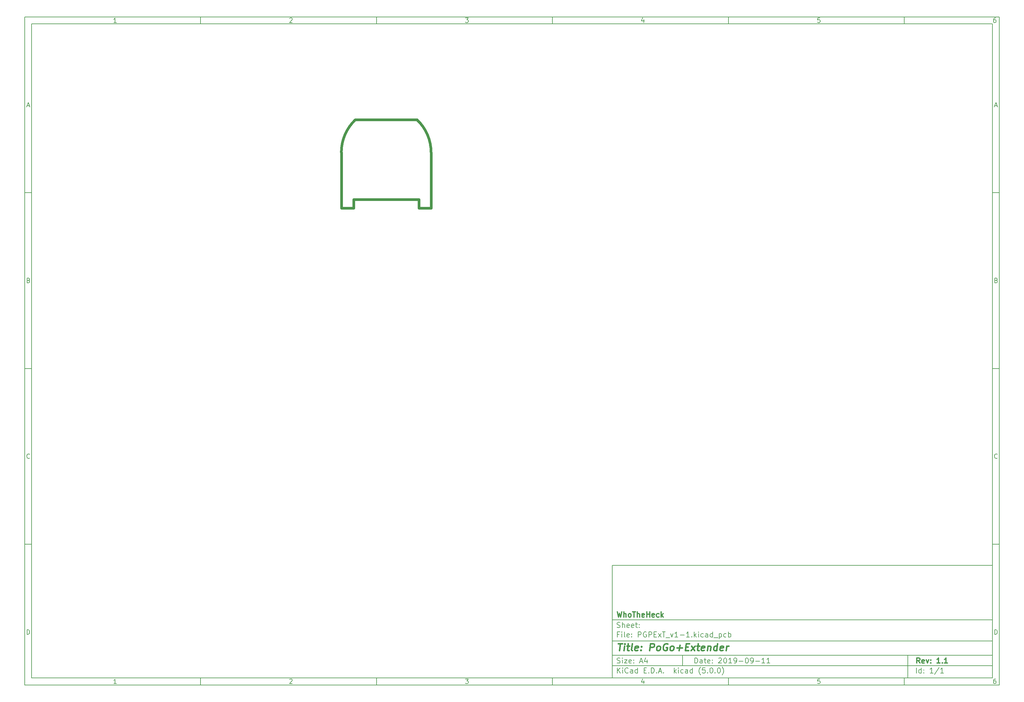
<source format=gbr>
G04 #@! TF.GenerationSoftware,KiCad,Pcbnew,(5.0.0)*
G04 #@! TF.CreationDate,2020-05-01T19:32:20+02:00*
G04 #@! TF.ProjectId,PGPExT_v1-1,5047504578545F76312D312E6B696361,1.1*
G04 #@! TF.SameCoordinates,Original*
G04 #@! TF.FileFunction,Profile,NP*
%FSLAX46Y46*%
G04 Gerber Fmt 4.6, Leading zero omitted, Abs format (unit mm)*
G04 Created by KiCad (PCBNEW (5.0.0)) date 05/01/20 19:32:20*
%MOMM*%
%LPD*%
G01*
G04 APERTURE LIST*
%ADD10C,0.100000*%
%ADD11C,0.150000*%
%ADD12C,0.300000*%
%ADD13C,0.400000*%
%ADD14C,0.800000*%
G04 APERTURE END LIST*
D10*
D11*
X177002200Y-166007200D02*
X177002200Y-198007200D01*
X285002200Y-198007200D01*
X285002200Y-166007200D01*
X177002200Y-166007200D01*
D10*
D11*
X10000000Y-10000000D02*
X10000000Y-200007200D01*
X287002200Y-200007200D01*
X287002200Y-10000000D01*
X10000000Y-10000000D01*
D10*
D11*
X12000000Y-12000000D02*
X12000000Y-198007200D01*
X285002200Y-198007200D01*
X285002200Y-12000000D01*
X12000000Y-12000000D01*
D10*
D11*
X60000000Y-12000000D02*
X60000000Y-10000000D01*
D10*
D11*
X110000000Y-12000000D02*
X110000000Y-10000000D01*
D10*
D11*
X160000000Y-12000000D02*
X160000000Y-10000000D01*
D10*
D11*
X210000000Y-12000000D02*
X210000000Y-10000000D01*
D10*
D11*
X260000000Y-12000000D02*
X260000000Y-10000000D01*
D10*
D11*
X36065476Y-11588095D02*
X35322619Y-11588095D01*
X35694047Y-11588095D02*
X35694047Y-10288095D01*
X35570238Y-10473809D01*
X35446428Y-10597619D01*
X35322619Y-10659523D01*
D10*
D11*
X85322619Y-10411904D02*
X85384523Y-10350000D01*
X85508333Y-10288095D01*
X85817857Y-10288095D01*
X85941666Y-10350000D01*
X86003571Y-10411904D01*
X86065476Y-10535714D01*
X86065476Y-10659523D01*
X86003571Y-10845238D01*
X85260714Y-11588095D01*
X86065476Y-11588095D01*
D10*
D11*
X135260714Y-10288095D02*
X136065476Y-10288095D01*
X135632142Y-10783333D01*
X135817857Y-10783333D01*
X135941666Y-10845238D01*
X136003571Y-10907142D01*
X136065476Y-11030952D01*
X136065476Y-11340476D01*
X136003571Y-11464285D01*
X135941666Y-11526190D01*
X135817857Y-11588095D01*
X135446428Y-11588095D01*
X135322619Y-11526190D01*
X135260714Y-11464285D01*
D10*
D11*
X185941666Y-10721428D02*
X185941666Y-11588095D01*
X185632142Y-10226190D02*
X185322619Y-11154761D01*
X186127380Y-11154761D01*
D10*
D11*
X236003571Y-10288095D02*
X235384523Y-10288095D01*
X235322619Y-10907142D01*
X235384523Y-10845238D01*
X235508333Y-10783333D01*
X235817857Y-10783333D01*
X235941666Y-10845238D01*
X236003571Y-10907142D01*
X236065476Y-11030952D01*
X236065476Y-11340476D01*
X236003571Y-11464285D01*
X235941666Y-11526190D01*
X235817857Y-11588095D01*
X235508333Y-11588095D01*
X235384523Y-11526190D01*
X235322619Y-11464285D01*
D10*
D11*
X285941666Y-10288095D02*
X285694047Y-10288095D01*
X285570238Y-10350000D01*
X285508333Y-10411904D01*
X285384523Y-10597619D01*
X285322619Y-10845238D01*
X285322619Y-11340476D01*
X285384523Y-11464285D01*
X285446428Y-11526190D01*
X285570238Y-11588095D01*
X285817857Y-11588095D01*
X285941666Y-11526190D01*
X286003571Y-11464285D01*
X286065476Y-11340476D01*
X286065476Y-11030952D01*
X286003571Y-10907142D01*
X285941666Y-10845238D01*
X285817857Y-10783333D01*
X285570238Y-10783333D01*
X285446428Y-10845238D01*
X285384523Y-10907142D01*
X285322619Y-11030952D01*
D10*
D11*
X60000000Y-198007200D02*
X60000000Y-200007200D01*
D10*
D11*
X110000000Y-198007200D02*
X110000000Y-200007200D01*
D10*
D11*
X160000000Y-198007200D02*
X160000000Y-200007200D01*
D10*
D11*
X210000000Y-198007200D02*
X210000000Y-200007200D01*
D10*
D11*
X260000000Y-198007200D02*
X260000000Y-200007200D01*
D10*
D11*
X36065476Y-199595295D02*
X35322619Y-199595295D01*
X35694047Y-199595295D02*
X35694047Y-198295295D01*
X35570238Y-198481009D01*
X35446428Y-198604819D01*
X35322619Y-198666723D01*
D10*
D11*
X85322619Y-198419104D02*
X85384523Y-198357200D01*
X85508333Y-198295295D01*
X85817857Y-198295295D01*
X85941666Y-198357200D01*
X86003571Y-198419104D01*
X86065476Y-198542914D01*
X86065476Y-198666723D01*
X86003571Y-198852438D01*
X85260714Y-199595295D01*
X86065476Y-199595295D01*
D10*
D11*
X135260714Y-198295295D02*
X136065476Y-198295295D01*
X135632142Y-198790533D01*
X135817857Y-198790533D01*
X135941666Y-198852438D01*
X136003571Y-198914342D01*
X136065476Y-199038152D01*
X136065476Y-199347676D01*
X136003571Y-199471485D01*
X135941666Y-199533390D01*
X135817857Y-199595295D01*
X135446428Y-199595295D01*
X135322619Y-199533390D01*
X135260714Y-199471485D01*
D10*
D11*
X185941666Y-198728628D02*
X185941666Y-199595295D01*
X185632142Y-198233390D02*
X185322619Y-199161961D01*
X186127380Y-199161961D01*
D10*
D11*
X236003571Y-198295295D02*
X235384523Y-198295295D01*
X235322619Y-198914342D01*
X235384523Y-198852438D01*
X235508333Y-198790533D01*
X235817857Y-198790533D01*
X235941666Y-198852438D01*
X236003571Y-198914342D01*
X236065476Y-199038152D01*
X236065476Y-199347676D01*
X236003571Y-199471485D01*
X235941666Y-199533390D01*
X235817857Y-199595295D01*
X235508333Y-199595295D01*
X235384523Y-199533390D01*
X235322619Y-199471485D01*
D10*
D11*
X285941666Y-198295295D02*
X285694047Y-198295295D01*
X285570238Y-198357200D01*
X285508333Y-198419104D01*
X285384523Y-198604819D01*
X285322619Y-198852438D01*
X285322619Y-199347676D01*
X285384523Y-199471485D01*
X285446428Y-199533390D01*
X285570238Y-199595295D01*
X285817857Y-199595295D01*
X285941666Y-199533390D01*
X286003571Y-199471485D01*
X286065476Y-199347676D01*
X286065476Y-199038152D01*
X286003571Y-198914342D01*
X285941666Y-198852438D01*
X285817857Y-198790533D01*
X285570238Y-198790533D01*
X285446428Y-198852438D01*
X285384523Y-198914342D01*
X285322619Y-199038152D01*
D10*
D11*
X10000000Y-60000000D02*
X12000000Y-60000000D01*
D10*
D11*
X10000000Y-110000000D02*
X12000000Y-110000000D01*
D10*
D11*
X10000000Y-160000000D02*
X12000000Y-160000000D01*
D10*
D11*
X10690476Y-35216666D02*
X11309523Y-35216666D01*
X10566666Y-35588095D02*
X11000000Y-34288095D01*
X11433333Y-35588095D01*
D10*
D11*
X11092857Y-84907142D02*
X11278571Y-84969047D01*
X11340476Y-85030952D01*
X11402380Y-85154761D01*
X11402380Y-85340476D01*
X11340476Y-85464285D01*
X11278571Y-85526190D01*
X11154761Y-85588095D01*
X10659523Y-85588095D01*
X10659523Y-84288095D01*
X11092857Y-84288095D01*
X11216666Y-84350000D01*
X11278571Y-84411904D01*
X11340476Y-84535714D01*
X11340476Y-84659523D01*
X11278571Y-84783333D01*
X11216666Y-84845238D01*
X11092857Y-84907142D01*
X10659523Y-84907142D01*
D10*
D11*
X11402380Y-135464285D02*
X11340476Y-135526190D01*
X11154761Y-135588095D01*
X11030952Y-135588095D01*
X10845238Y-135526190D01*
X10721428Y-135402380D01*
X10659523Y-135278571D01*
X10597619Y-135030952D01*
X10597619Y-134845238D01*
X10659523Y-134597619D01*
X10721428Y-134473809D01*
X10845238Y-134350000D01*
X11030952Y-134288095D01*
X11154761Y-134288095D01*
X11340476Y-134350000D01*
X11402380Y-134411904D01*
D10*
D11*
X10659523Y-185588095D02*
X10659523Y-184288095D01*
X10969047Y-184288095D01*
X11154761Y-184350000D01*
X11278571Y-184473809D01*
X11340476Y-184597619D01*
X11402380Y-184845238D01*
X11402380Y-185030952D01*
X11340476Y-185278571D01*
X11278571Y-185402380D01*
X11154761Y-185526190D01*
X10969047Y-185588095D01*
X10659523Y-185588095D01*
D10*
D11*
X287002200Y-60000000D02*
X285002200Y-60000000D01*
D10*
D11*
X287002200Y-110000000D02*
X285002200Y-110000000D01*
D10*
D11*
X287002200Y-160000000D02*
X285002200Y-160000000D01*
D10*
D11*
X285692676Y-35216666D02*
X286311723Y-35216666D01*
X285568866Y-35588095D02*
X286002200Y-34288095D01*
X286435533Y-35588095D01*
D10*
D11*
X286095057Y-84907142D02*
X286280771Y-84969047D01*
X286342676Y-85030952D01*
X286404580Y-85154761D01*
X286404580Y-85340476D01*
X286342676Y-85464285D01*
X286280771Y-85526190D01*
X286156961Y-85588095D01*
X285661723Y-85588095D01*
X285661723Y-84288095D01*
X286095057Y-84288095D01*
X286218866Y-84350000D01*
X286280771Y-84411904D01*
X286342676Y-84535714D01*
X286342676Y-84659523D01*
X286280771Y-84783333D01*
X286218866Y-84845238D01*
X286095057Y-84907142D01*
X285661723Y-84907142D01*
D10*
D11*
X286404580Y-135464285D02*
X286342676Y-135526190D01*
X286156961Y-135588095D01*
X286033152Y-135588095D01*
X285847438Y-135526190D01*
X285723628Y-135402380D01*
X285661723Y-135278571D01*
X285599819Y-135030952D01*
X285599819Y-134845238D01*
X285661723Y-134597619D01*
X285723628Y-134473809D01*
X285847438Y-134350000D01*
X286033152Y-134288095D01*
X286156961Y-134288095D01*
X286342676Y-134350000D01*
X286404580Y-134411904D01*
D10*
D11*
X285661723Y-185588095D02*
X285661723Y-184288095D01*
X285971247Y-184288095D01*
X286156961Y-184350000D01*
X286280771Y-184473809D01*
X286342676Y-184597619D01*
X286404580Y-184845238D01*
X286404580Y-185030952D01*
X286342676Y-185278571D01*
X286280771Y-185402380D01*
X286156961Y-185526190D01*
X285971247Y-185588095D01*
X285661723Y-185588095D01*
D10*
D11*
X200434342Y-193785771D02*
X200434342Y-192285771D01*
X200791485Y-192285771D01*
X201005771Y-192357200D01*
X201148628Y-192500057D01*
X201220057Y-192642914D01*
X201291485Y-192928628D01*
X201291485Y-193142914D01*
X201220057Y-193428628D01*
X201148628Y-193571485D01*
X201005771Y-193714342D01*
X200791485Y-193785771D01*
X200434342Y-193785771D01*
X202577200Y-193785771D02*
X202577200Y-193000057D01*
X202505771Y-192857200D01*
X202362914Y-192785771D01*
X202077200Y-192785771D01*
X201934342Y-192857200D01*
X202577200Y-193714342D02*
X202434342Y-193785771D01*
X202077200Y-193785771D01*
X201934342Y-193714342D01*
X201862914Y-193571485D01*
X201862914Y-193428628D01*
X201934342Y-193285771D01*
X202077200Y-193214342D01*
X202434342Y-193214342D01*
X202577200Y-193142914D01*
X203077200Y-192785771D02*
X203648628Y-192785771D01*
X203291485Y-192285771D02*
X203291485Y-193571485D01*
X203362914Y-193714342D01*
X203505771Y-193785771D01*
X203648628Y-193785771D01*
X204720057Y-193714342D02*
X204577200Y-193785771D01*
X204291485Y-193785771D01*
X204148628Y-193714342D01*
X204077200Y-193571485D01*
X204077200Y-193000057D01*
X204148628Y-192857200D01*
X204291485Y-192785771D01*
X204577200Y-192785771D01*
X204720057Y-192857200D01*
X204791485Y-193000057D01*
X204791485Y-193142914D01*
X204077200Y-193285771D01*
X205434342Y-193642914D02*
X205505771Y-193714342D01*
X205434342Y-193785771D01*
X205362914Y-193714342D01*
X205434342Y-193642914D01*
X205434342Y-193785771D01*
X205434342Y-192857200D02*
X205505771Y-192928628D01*
X205434342Y-193000057D01*
X205362914Y-192928628D01*
X205434342Y-192857200D01*
X205434342Y-193000057D01*
X207220057Y-192428628D02*
X207291485Y-192357200D01*
X207434342Y-192285771D01*
X207791485Y-192285771D01*
X207934342Y-192357200D01*
X208005771Y-192428628D01*
X208077200Y-192571485D01*
X208077200Y-192714342D01*
X208005771Y-192928628D01*
X207148628Y-193785771D01*
X208077200Y-193785771D01*
X209005771Y-192285771D02*
X209148628Y-192285771D01*
X209291485Y-192357200D01*
X209362914Y-192428628D01*
X209434342Y-192571485D01*
X209505771Y-192857200D01*
X209505771Y-193214342D01*
X209434342Y-193500057D01*
X209362914Y-193642914D01*
X209291485Y-193714342D01*
X209148628Y-193785771D01*
X209005771Y-193785771D01*
X208862914Y-193714342D01*
X208791485Y-193642914D01*
X208720057Y-193500057D01*
X208648628Y-193214342D01*
X208648628Y-192857200D01*
X208720057Y-192571485D01*
X208791485Y-192428628D01*
X208862914Y-192357200D01*
X209005771Y-192285771D01*
X210934342Y-193785771D02*
X210077200Y-193785771D01*
X210505771Y-193785771D02*
X210505771Y-192285771D01*
X210362914Y-192500057D01*
X210220057Y-192642914D01*
X210077200Y-192714342D01*
X211648628Y-193785771D02*
X211934342Y-193785771D01*
X212077200Y-193714342D01*
X212148628Y-193642914D01*
X212291485Y-193428628D01*
X212362914Y-193142914D01*
X212362914Y-192571485D01*
X212291485Y-192428628D01*
X212220057Y-192357200D01*
X212077200Y-192285771D01*
X211791485Y-192285771D01*
X211648628Y-192357200D01*
X211577200Y-192428628D01*
X211505771Y-192571485D01*
X211505771Y-192928628D01*
X211577200Y-193071485D01*
X211648628Y-193142914D01*
X211791485Y-193214342D01*
X212077200Y-193214342D01*
X212220057Y-193142914D01*
X212291485Y-193071485D01*
X212362914Y-192928628D01*
X213005771Y-193214342D02*
X214148628Y-193214342D01*
X215148628Y-192285771D02*
X215291485Y-192285771D01*
X215434342Y-192357200D01*
X215505771Y-192428628D01*
X215577200Y-192571485D01*
X215648628Y-192857200D01*
X215648628Y-193214342D01*
X215577200Y-193500057D01*
X215505771Y-193642914D01*
X215434342Y-193714342D01*
X215291485Y-193785771D01*
X215148628Y-193785771D01*
X215005771Y-193714342D01*
X214934342Y-193642914D01*
X214862914Y-193500057D01*
X214791485Y-193214342D01*
X214791485Y-192857200D01*
X214862914Y-192571485D01*
X214934342Y-192428628D01*
X215005771Y-192357200D01*
X215148628Y-192285771D01*
X216362914Y-193785771D02*
X216648628Y-193785771D01*
X216791485Y-193714342D01*
X216862914Y-193642914D01*
X217005771Y-193428628D01*
X217077200Y-193142914D01*
X217077200Y-192571485D01*
X217005771Y-192428628D01*
X216934342Y-192357200D01*
X216791485Y-192285771D01*
X216505771Y-192285771D01*
X216362914Y-192357200D01*
X216291485Y-192428628D01*
X216220057Y-192571485D01*
X216220057Y-192928628D01*
X216291485Y-193071485D01*
X216362914Y-193142914D01*
X216505771Y-193214342D01*
X216791485Y-193214342D01*
X216934342Y-193142914D01*
X217005771Y-193071485D01*
X217077200Y-192928628D01*
X217720057Y-193214342D02*
X218862914Y-193214342D01*
X220362914Y-193785771D02*
X219505771Y-193785771D01*
X219934342Y-193785771D02*
X219934342Y-192285771D01*
X219791485Y-192500057D01*
X219648628Y-192642914D01*
X219505771Y-192714342D01*
X221791485Y-193785771D02*
X220934342Y-193785771D01*
X221362914Y-193785771D02*
X221362914Y-192285771D01*
X221220057Y-192500057D01*
X221077200Y-192642914D01*
X220934342Y-192714342D01*
D10*
D11*
X177002200Y-194507200D02*
X285002200Y-194507200D01*
D10*
D11*
X178434342Y-196585771D02*
X178434342Y-195085771D01*
X179291485Y-196585771D02*
X178648628Y-195728628D01*
X179291485Y-195085771D02*
X178434342Y-195942914D01*
X179934342Y-196585771D02*
X179934342Y-195585771D01*
X179934342Y-195085771D02*
X179862914Y-195157200D01*
X179934342Y-195228628D01*
X180005771Y-195157200D01*
X179934342Y-195085771D01*
X179934342Y-195228628D01*
X181505771Y-196442914D02*
X181434342Y-196514342D01*
X181220057Y-196585771D01*
X181077200Y-196585771D01*
X180862914Y-196514342D01*
X180720057Y-196371485D01*
X180648628Y-196228628D01*
X180577200Y-195942914D01*
X180577200Y-195728628D01*
X180648628Y-195442914D01*
X180720057Y-195300057D01*
X180862914Y-195157200D01*
X181077200Y-195085771D01*
X181220057Y-195085771D01*
X181434342Y-195157200D01*
X181505771Y-195228628D01*
X182791485Y-196585771D02*
X182791485Y-195800057D01*
X182720057Y-195657200D01*
X182577200Y-195585771D01*
X182291485Y-195585771D01*
X182148628Y-195657200D01*
X182791485Y-196514342D02*
X182648628Y-196585771D01*
X182291485Y-196585771D01*
X182148628Y-196514342D01*
X182077200Y-196371485D01*
X182077200Y-196228628D01*
X182148628Y-196085771D01*
X182291485Y-196014342D01*
X182648628Y-196014342D01*
X182791485Y-195942914D01*
X184148628Y-196585771D02*
X184148628Y-195085771D01*
X184148628Y-196514342D02*
X184005771Y-196585771D01*
X183720057Y-196585771D01*
X183577200Y-196514342D01*
X183505771Y-196442914D01*
X183434342Y-196300057D01*
X183434342Y-195871485D01*
X183505771Y-195728628D01*
X183577200Y-195657200D01*
X183720057Y-195585771D01*
X184005771Y-195585771D01*
X184148628Y-195657200D01*
X186005771Y-195800057D02*
X186505771Y-195800057D01*
X186720057Y-196585771D02*
X186005771Y-196585771D01*
X186005771Y-195085771D01*
X186720057Y-195085771D01*
X187362914Y-196442914D02*
X187434342Y-196514342D01*
X187362914Y-196585771D01*
X187291485Y-196514342D01*
X187362914Y-196442914D01*
X187362914Y-196585771D01*
X188077200Y-196585771D02*
X188077200Y-195085771D01*
X188434342Y-195085771D01*
X188648628Y-195157200D01*
X188791485Y-195300057D01*
X188862914Y-195442914D01*
X188934342Y-195728628D01*
X188934342Y-195942914D01*
X188862914Y-196228628D01*
X188791485Y-196371485D01*
X188648628Y-196514342D01*
X188434342Y-196585771D01*
X188077200Y-196585771D01*
X189577200Y-196442914D02*
X189648628Y-196514342D01*
X189577200Y-196585771D01*
X189505771Y-196514342D01*
X189577200Y-196442914D01*
X189577200Y-196585771D01*
X190220057Y-196157200D02*
X190934342Y-196157200D01*
X190077200Y-196585771D02*
X190577200Y-195085771D01*
X191077200Y-196585771D01*
X191577200Y-196442914D02*
X191648628Y-196514342D01*
X191577200Y-196585771D01*
X191505771Y-196514342D01*
X191577200Y-196442914D01*
X191577200Y-196585771D01*
X194577200Y-196585771D02*
X194577200Y-195085771D01*
X194720057Y-196014342D02*
X195148628Y-196585771D01*
X195148628Y-195585771D02*
X194577200Y-196157200D01*
X195791485Y-196585771D02*
X195791485Y-195585771D01*
X195791485Y-195085771D02*
X195720057Y-195157200D01*
X195791485Y-195228628D01*
X195862914Y-195157200D01*
X195791485Y-195085771D01*
X195791485Y-195228628D01*
X197148628Y-196514342D02*
X197005771Y-196585771D01*
X196720057Y-196585771D01*
X196577200Y-196514342D01*
X196505771Y-196442914D01*
X196434342Y-196300057D01*
X196434342Y-195871485D01*
X196505771Y-195728628D01*
X196577200Y-195657200D01*
X196720057Y-195585771D01*
X197005771Y-195585771D01*
X197148628Y-195657200D01*
X198434342Y-196585771D02*
X198434342Y-195800057D01*
X198362914Y-195657200D01*
X198220057Y-195585771D01*
X197934342Y-195585771D01*
X197791485Y-195657200D01*
X198434342Y-196514342D02*
X198291485Y-196585771D01*
X197934342Y-196585771D01*
X197791485Y-196514342D01*
X197720057Y-196371485D01*
X197720057Y-196228628D01*
X197791485Y-196085771D01*
X197934342Y-196014342D01*
X198291485Y-196014342D01*
X198434342Y-195942914D01*
X199791485Y-196585771D02*
X199791485Y-195085771D01*
X199791485Y-196514342D02*
X199648628Y-196585771D01*
X199362914Y-196585771D01*
X199220057Y-196514342D01*
X199148628Y-196442914D01*
X199077200Y-196300057D01*
X199077200Y-195871485D01*
X199148628Y-195728628D01*
X199220057Y-195657200D01*
X199362914Y-195585771D01*
X199648628Y-195585771D01*
X199791485Y-195657200D01*
X202077200Y-197157200D02*
X202005771Y-197085771D01*
X201862914Y-196871485D01*
X201791485Y-196728628D01*
X201720057Y-196514342D01*
X201648628Y-196157200D01*
X201648628Y-195871485D01*
X201720057Y-195514342D01*
X201791485Y-195300057D01*
X201862914Y-195157200D01*
X202005771Y-194942914D01*
X202077200Y-194871485D01*
X203362914Y-195085771D02*
X202648628Y-195085771D01*
X202577200Y-195800057D01*
X202648628Y-195728628D01*
X202791485Y-195657200D01*
X203148628Y-195657200D01*
X203291485Y-195728628D01*
X203362914Y-195800057D01*
X203434342Y-195942914D01*
X203434342Y-196300057D01*
X203362914Y-196442914D01*
X203291485Y-196514342D01*
X203148628Y-196585771D01*
X202791485Y-196585771D01*
X202648628Y-196514342D01*
X202577200Y-196442914D01*
X204077200Y-196442914D02*
X204148628Y-196514342D01*
X204077200Y-196585771D01*
X204005771Y-196514342D01*
X204077200Y-196442914D01*
X204077200Y-196585771D01*
X205077200Y-195085771D02*
X205220057Y-195085771D01*
X205362914Y-195157200D01*
X205434342Y-195228628D01*
X205505771Y-195371485D01*
X205577200Y-195657200D01*
X205577200Y-196014342D01*
X205505771Y-196300057D01*
X205434342Y-196442914D01*
X205362914Y-196514342D01*
X205220057Y-196585771D01*
X205077200Y-196585771D01*
X204934342Y-196514342D01*
X204862914Y-196442914D01*
X204791485Y-196300057D01*
X204720057Y-196014342D01*
X204720057Y-195657200D01*
X204791485Y-195371485D01*
X204862914Y-195228628D01*
X204934342Y-195157200D01*
X205077200Y-195085771D01*
X206220057Y-196442914D02*
X206291485Y-196514342D01*
X206220057Y-196585771D01*
X206148628Y-196514342D01*
X206220057Y-196442914D01*
X206220057Y-196585771D01*
X207220057Y-195085771D02*
X207362914Y-195085771D01*
X207505771Y-195157200D01*
X207577200Y-195228628D01*
X207648628Y-195371485D01*
X207720057Y-195657200D01*
X207720057Y-196014342D01*
X207648628Y-196300057D01*
X207577200Y-196442914D01*
X207505771Y-196514342D01*
X207362914Y-196585771D01*
X207220057Y-196585771D01*
X207077200Y-196514342D01*
X207005771Y-196442914D01*
X206934342Y-196300057D01*
X206862914Y-196014342D01*
X206862914Y-195657200D01*
X206934342Y-195371485D01*
X207005771Y-195228628D01*
X207077200Y-195157200D01*
X207220057Y-195085771D01*
X208220057Y-197157200D02*
X208291485Y-197085771D01*
X208434342Y-196871485D01*
X208505771Y-196728628D01*
X208577200Y-196514342D01*
X208648628Y-196157200D01*
X208648628Y-195871485D01*
X208577200Y-195514342D01*
X208505771Y-195300057D01*
X208434342Y-195157200D01*
X208291485Y-194942914D01*
X208220057Y-194871485D01*
D10*
D11*
X177002200Y-191507200D02*
X285002200Y-191507200D01*
D10*
D12*
X264411485Y-193785771D02*
X263911485Y-193071485D01*
X263554342Y-193785771D02*
X263554342Y-192285771D01*
X264125771Y-192285771D01*
X264268628Y-192357200D01*
X264340057Y-192428628D01*
X264411485Y-192571485D01*
X264411485Y-192785771D01*
X264340057Y-192928628D01*
X264268628Y-193000057D01*
X264125771Y-193071485D01*
X263554342Y-193071485D01*
X265625771Y-193714342D02*
X265482914Y-193785771D01*
X265197200Y-193785771D01*
X265054342Y-193714342D01*
X264982914Y-193571485D01*
X264982914Y-193000057D01*
X265054342Y-192857200D01*
X265197200Y-192785771D01*
X265482914Y-192785771D01*
X265625771Y-192857200D01*
X265697200Y-193000057D01*
X265697200Y-193142914D01*
X264982914Y-193285771D01*
X266197200Y-192785771D02*
X266554342Y-193785771D01*
X266911485Y-192785771D01*
X267482914Y-193642914D02*
X267554342Y-193714342D01*
X267482914Y-193785771D01*
X267411485Y-193714342D01*
X267482914Y-193642914D01*
X267482914Y-193785771D01*
X267482914Y-192857200D02*
X267554342Y-192928628D01*
X267482914Y-193000057D01*
X267411485Y-192928628D01*
X267482914Y-192857200D01*
X267482914Y-193000057D01*
X270125771Y-193785771D02*
X269268628Y-193785771D01*
X269697200Y-193785771D02*
X269697200Y-192285771D01*
X269554342Y-192500057D01*
X269411485Y-192642914D01*
X269268628Y-192714342D01*
X270768628Y-193642914D02*
X270840057Y-193714342D01*
X270768628Y-193785771D01*
X270697200Y-193714342D01*
X270768628Y-193642914D01*
X270768628Y-193785771D01*
X272268628Y-193785771D02*
X271411485Y-193785771D01*
X271840057Y-193785771D02*
X271840057Y-192285771D01*
X271697200Y-192500057D01*
X271554342Y-192642914D01*
X271411485Y-192714342D01*
D10*
D11*
X178362914Y-193714342D02*
X178577200Y-193785771D01*
X178934342Y-193785771D01*
X179077200Y-193714342D01*
X179148628Y-193642914D01*
X179220057Y-193500057D01*
X179220057Y-193357200D01*
X179148628Y-193214342D01*
X179077200Y-193142914D01*
X178934342Y-193071485D01*
X178648628Y-193000057D01*
X178505771Y-192928628D01*
X178434342Y-192857200D01*
X178362914Y-192714342D01*
X178362914Y-192571485D01*
X178434342Y-192428628D01*
X178505771Y-192357200D01*
X178648628Y-192285771D01*
X179005771Y-192285771D01*
X179220057Y-192357200D01*
X179862914Y-193785771D02*
X179862914Y-192785771D01*
X179862914Y-192285771D02*
X179791485Y-192357200D01*
X179862914Y-192428628D01*
X179934342Y-192357200D01*
X179862914Y-192285771D01*
X179862914Y-192428628D01*
X180434342Y-192785771D02*
X181220057Y-192785771D01*
X180434342Y-193785771D01*
X181220057Y-193785771D01*
X182362914Y-193714342D02*
X182220057Y-193785771D01*
X181934342Y-193785771D01*
X181791485Y-193714342D01*
X181720057Y-193571485D01*
X181720057Y-193000057D01*
X181791485Y-192857200D01*
X181934342Y-192785771D01*
X182220057Y-192785771D01*
X182362914Y-192857200D01*
X182434342Y-193000057D01*
X182434342Y-193142914D01*
X181720057Y-193285771D01*
X183077200Y-193642914D02*
X183148628Y-193714342D01*
X183077200Y-193785771D01*
X183005771Y-193714342D01*
X183077200Y-193642914D01*
X183077200Y-193785771D01*
X183077200Y-192857200D02*
X183148628Y-192928628D01*
X183077200Y-193000057D01*
X183005771Y-192928628D01*
X183077200Y-192857200D01*
X183077200Y-193000057D01*
X184862914Y-193357200D02*
X185577200Y-193357200D01*
X184720057Y-193785771D02*
X185220057Y-192285771D01*
X185720057Y-193785771D01*
X186862914Y-192785771D02*
X186862914Y-193785771D01*
X186505771Y-192214342D02*
X186148628Y-193285771D01*
X187077200Y-193285771D01*
D10*
D11*
X263434342Y-196585771D02*
X263434342Y-195085771D01*
X264791485Y-196585771D02*
X264791485Y-195085771D01*
X264791485Y-196514342D02*
X264648628Y-196585771D01*
X264362914Y-196585771D01*
X264220057Y-196514342D01*
X264148628Y-196442914D01*
X264077200Y-196300057D01*
X264077200Y-195871485D01*
X264148628Y-195728628D01*
X264220057Y-195657200D01*
X264362914Y-195585771D01*
X264648628Y-195585771D01*
X264791485Y-195657200D01*
X265505771Y-196442914D02*
X265577200Y-196514342D01*
X265505771Y-196585771D01*
X265434342Y-196514342D01*
X265505771Y-196442914D01*
X265505771Y-196585771D01*
X265505771Y-195657200D02*
X265577200Y-195728628D01*
X265505771Y-195800057D01*
X265434342Y-195728628D01*
X265505771Y-195657200D01*
X265505771Y-195800057D01*
X268148628Y-196585771D02*
X267291485Y-196585771D01*
X267720057Y-196585771D02*
X267720057Y-195085771D01*
X267577200Y-195300057D01*
X267434342Y-195442914D01*
X267291485Y-195514342D01*
X269862914Y-195014342D02*
X268577200Y-196942914D01*
X271148628Y-196585771D02*
X270291485Y-196585771D01*
X270720057Y-196585771D02*
X270720057Y-195085771D01*
X270577200Y-195300057D01*
X270434342Y-195442914D01*
X270291485Y-195514342D01*
D10*
D11*
X177002200Y-187507200D02*
X285002200Y-187507200D01*
D10*
D13*
X178714580Y-188211961D02*
X179857438Y-188211961D01*
X179036009Y-190211961D02*
X179286009Y-188211961D01*
X180274104Y-190211961D02*
X180440771Y-188878628D01*
X180524104Y-188211961D02*
X180416961Y-188307200D01*
X180500295Y-188402438D01*
X180607438Y-188307200D01*
X180524104Y-188211961D01*
X180500295Y-188402438D01*
X181107438Y-188878628D02*
X181869342Y-188878628D01*
X181476485Y-188211961D02*
X181262200Y-189926247D01*
X181333628Y-190116723D01*
X181512200Y-190211961D01*
X181702676Y-190211961D01*
X182655057Y-190211961D02*
X182476485Y-190116723D01*
X182405057Y-189926247D01*
X182619342Y-188211961D01*
X184190771Y-190116723D02*
X183988390Y-190211961D01*
X183607438Y-190211961D01*
X183428866Y-190116723D01*
X183357438Y-189926247D01*
X183452676Y-189164342D01*
X183571723Y-188973866D01*
X183774104Y-188878628D01*
X184155057Y-188878628D01*
X184333628Y-188973866D01*
X184405057Y-189164342D01*
X184381247Y-189354819D01*
X183405057Y-189545295D01*
X185155057Y-190021485D02*
X185238390Y-190116723D01*
X185131247Y-190211961D01*
X185047914Y-190116723D01*
X185155057Y-190021485D01*
X185131247Y-190211961D01*
X185286009Y-188973866D02*
X185369342Y-189069104D01*
X185262200Y-189164342D01*
X185178866Y-189069104D01*
X185286009Y-188973866D01*
X185262200Y-189164342D01*
X187607438Y-190211961D02*
X187857438Y-188211961D01*
X188619342Y-188211961D01*
X188797914Y-188307200D01*
X188881247Y-188402438D01*
X188952676Y-188592914D01*
X188916961Y-188878628D01*
X188797914Y-189069104D01*
X188690771Y-189164342D01*
X188488390Y-189259580D01*
X187726485Y-189259580D01*
X189893152Y-190211961D02*
X189714580Y-190116723D01*
X189631247Y-190021485D01*
X189559819Y-189831009D01*
X189631247Y-189259580D01*
X189750295Y-189069104D01*
X189857438Y-188973866D01*
X190059819Y-188878628D01*
X190345533Y-188878628D01*
X190524104Y-188973866D01*
X190607438Y-189069104D01*
X190678866Y-189259580D01*
X190607438Y-189831009D01*
X190488390Y-190021485D01*
X190381247Y-190116723D01*
X190178866Y-190211961D01*
X189893152Y-190211961D01*
X192702676Y-188307200D02*
X192524104Y-188211961D01*
X192238390Y-188211961D01*
X191940771Y-188307200D01*
X191726485Y-188497676D01*
X191607438Y-188688152D01*
X191464580Y-189069104D01*
X191428866Y-189354819D01*
X191476485Y-189735771D01*
X191547914Y-189926247D01*
X191714580Y-190116723D01*
X191988390Y-190211961D01*
X192178866Y-190211961D01*
X192476485Y-190116723D01*
X192583628Y-190021485D01*
X192666961Y-189354819D01*
X192286009Y-189354819D01*
X193702676Y-190211961D02*
X193524104Y-190116723D01*
X193440771Y-190021485D01*
X193369342Y-189831009D01*
X193440771Y-189259580D01*
X193559819Y-189069104D01*
X193666961Y-188973866D01*
X193869342Y-188878628D01*
X194155057Y-188878628D01*
X194333628Y-188973866D01*
X194416961Y-189069104D01*
X194488390Y-189259580D01*
X194416961Y-189831009D01*
X194297914Y-190021485D01*
X194190771Y-190116723D01*
X193988390Y-190211961D01*
X193702676Y-190211961D01*
X195321723Y-189450057D02*
X196845533Y-189450057D01*
X195988390Y-190211961D02*
X196178866Y-188688152D01*
X197833628Y-189164342D02*
X198500295Y-189164342D01*
X198655057Y-190211961D02*
X197702676Y-190211961D01*
X197952676Y-188211961D01*
X198905057Y-188211961D01*
X199321723Y-190211961D02*
X200536009Y-188878628D01*
X199488390Y-188878628D02*
X200369342Y-190211961D01*
X201012200Y-188878628D02*
X201774104Y-188878628D01*
X201381247Y-188211961D02*
X201166961Y-189926247D01*
X201238390Y-190116723D01*
X201416961Y-190211961D01*
X201607438Y-190211961D01*
X203047914Y-190116723D02*
X202845533Y-190211961D01*
X202464580Y-190211961D01*
X202286009Y-190116723D01*
X202214580Y-189926247D01*
X202309819Y-189164342D01*
X202428866Y-188973866D01*
X202631247Y-188878628D01*
X203012200Y-188878628D01*
X203190771Y-188973866D01*
X203262200Y-189164342D01*
X203238390Y-189354819D01*
X202262200Y-189545295D01*
X204155057Y-188878628D02*
X203988390Y-190211961D01*
X204131247Y-189069104D02*
X204238390Y-188973866D01*
X204440771Y-188878628D01*
X204726485Y-188878628D01*
X204905057Y-188973866D01*
X204976485Y-189164342D01*
X204845533Y-190211961D01*
X206655057Y-190211961D02*
X206905057Y-188211961D01*
X206666961Y-190116723D02*
X206464580Y-190211961D01*
X206083628Y-190211961D01*
X205905057Y-190116723D01*
X205821723Y-190021485D01*
X205750295Y-189831009D01*
X205821723Y-189259580D01*
X205940771Y-189069104D01*
X206047914Y-188973866D01*
X206250295Y-188878628D01*
X206631247Y-188878628D01*
X206809819Y-188973866D01*
X208381247Y-190116723D02*
X208178866Y-190211961D01*
X207797914Y-190211961D01*
X207619342Y-190116723D01*
X207547914Y-189926247D01*
X207643152Y-189164342D01*
X207762200Y-188973866D01*
X207964580Y-188878628D01*
X208345533Y-188878628D01*
X208524104Y-188973866D01*
X208595533Y-189164342D01*
X208571723Y-189354819D01*
X207595533Y-189545295D01*
X209321723Y-190211961D02*
X209488390Y-188878628D01*
X209440771Y-189259580D02*
X209559819Y-189069104D01*
X209666961Y-188973866D01*
X209869342Y-188878628D01*
X210059819Y-188878628D01*
D10*
D11*
X178934342Y-185600057D02*
X178434342Y-185600057D01*
X178434342Y-186385771D02*
X178434342Y-184885771D01*
X179148628Y-184885771D01*
X179720057Y-186385771D02*
X179720057Y-185385771D01*
X179720057Y-184885771D02*
X179648628Y-184957200D01*
X179720057Y-185028628D01*
X179791485Y-184957200D01*
X179720057Y-184885771D01*
X179720057Y-185028628D01*
X180648628Y-186385771D02*
X180505771Y-186314342D01*
X180434342Y-186171485D01*
X180434342Y-184885771D01*
X181791485Y-186314342D02*
X181648628Y-186385771D01*
X181362914Y-186385771D01*
X181220057Y-186314342D01*
X181148628Y-186171485D01*
X181148628Y-185600057D01*
X181220057Y-185457200D01*
X181362914Y-185385771D01*
X181648628Y-185385771D01*
X181791485Y-185457200D01*
X181862914Y-185600057D01*
X181862914Y-185742914D01*
X181148628Y-185885771D01*
X182505771Y-186242914D02*
X182577200Y-186314342D01*
X182505771Y-186385771D01*
X182434342Y-186314342D01*
X182505771Y-186242914D01*
X182505771Y-186385771D01*
X182505771Y-185457200D02*
X182577200Y-185528628D01*
X182505771Y-185600057D01*
X182434342Y-185528628D01*
X182505771Y-185457200D01*
X182505771Y-185600057D01*
X184362914Y-186385771D02*
X184362914Y-184885771D01*
X184934342Y-184885771D01*
X185077200Y-184957200D01*
X185148628Y-185028628D01*
X185220057Y-185171485D01*
X185220057Y-185385771D01*
X185148628Y-185528628D01*
X185077200Y-185600057D01*
X184934342Y-185671485D01*
X184362914Y-185671485D01*
X186648628Y-184957200D02*
X186505771Y-184885771D01*
X186291485Y-184885771D01*
X186077200Y-184957200D01*
X185934342Y-185100057D01*
X185862914Y-185242914D01*
X185791485Y-185528628D01*
X185791485Y-185742914D01*
X185862914Y-186028628D01*
X185934342Y-186171485D01*
X186077200Y-186314342D01*
X186291485Y-186385771D01*
X186434342Y-186385771D01*
X186648628Y-186314342D01*
X186720057Y-186242914D01*
X186720057Y-185742914D01*
X186434342Y-185742914D01*
X187362914Y-186385771D02*
X187362914Y-184885771D01*
X187934342Y-184885771D01*
X188077200Y-184957200D01*
X188148628Y-185028628D01*
X188220057Y-185171485D01*
X188220057Y-185385771D01*
X188148628Y-185528628D01*
X188077200Y-185600057D01*
X187934342Y-185671485D01*
X187362914Y-185671485D01*
X188862914Y-185600057D02*
X189362914Y-185600057D01*
X189577200Y-186385771D02*
X188862914Y-186385771D01*
X188862914Y-184885771D01*
X189577200Y-184885771D01*
X190077200Y-186385771D02*
X190862914Y-185385771D01*
X190077200Y-185385771D02*
X190862914Y-186385771D01*
X191220057Y-184885771D02*
X192077200Y-184885771D01*
X191648628Y-186385771D02*
X191648628Y-184885771D01*
X192220057Y-186528628D02*
X193362914Y-186528628D01*
X193577200Y-185385771D02*
X193934342Y-186385771D01*
X194291485Y-185385771D01*
X195648628Y-186385771D02*
X194791485Y-186385771D01*
X195220057Y-186385771D02*
X195220057Y-184885771D01*
X195077200Y-185100057D01*
X194934342Y-185242914D01*
X194791485Y-185314342D01*
X196291485Y-185814342D02*
X197434342Y-185814342D01*
X198934342Y-186385771D02*
X198077200Y-186385771D01*
X198505771Y-186385771D02*
X198505771Y-184885771D01*
X198362914Y-185100057D01*
X198220057Y-185242914D01*
X198077200Y-185314342D01*
X199577200Y-186242914D02*
X199648628Y-186314342D01*
X199577200Y-186385771D01*
X199505771Y-186314342D01*
X199577200Y-186242914D01*
X199577200Y-186385771D01*
X200291485Y-186385771D02*
X200291485Y-184885771D01*
X200434342Y-185814342D02*
X200862914Y-186385771D01*
X200862914Y-185385771D02*
X200291485Y-185957200D01*
X201505771Y-186385771D02*
X201505771Y-185385771D01*
X201505771Y-184885771D02*
X201434342Y-184957200D01*
X201505771Y-185028628D01*
X201577200Y-184957200D01*
X201505771Y-184885771D01*
X201505771Y-185028628D01*
X202862914Y-186314342D02*
X202720057Y-186385771D01*
X202434342Y-186385771D01*
X202291485Y-186314342D01*
X202220057Y-186242914D01*
X202148628Y-186100057D01*
X202148628Y-185671485D01*
X202220057Y-185528628D01*
X202291485Y-185457200D01*
X202434342Y-185385771D01*
X202720057Y-185385771D01*
X202862914Y-185457200D01*
X204148628Y-186385771D02*
X204148628Y-185600057D01*
X204077200Y-185457200D01*
X203934342Y-185385771D01*
X203648628Y-185385771D01*
X203505771Y-185457200D01*
X204148628Y-186314342D02*
X204005771Y-186385771D01*
X203648628Y-186385771D01*
X203505771Y-186314342D01*
X203434342Y-186171485D01*
X203434342Y-186028628D01*
X203505771Y-185885771D01*
X203648628Y-185814342D01*
X204005771Y-185814342D01*
X204148628Y-185742914D01*
X205505771Y-186385771D02*
X205505771Y-184885771D01*
X205505771Y-186314342D02*
X205362914Y-186385771D01*
X205077200Y-186385771D01*
X204934342Y-186314342D01*
X204862914Y-186242914D01*
X204791485Y-186100057D01*
X204791485Y-185671485D01*
X204862914Y-185528628D01*
X204934342Y-185457200D01*
X205077200Y-185385771D01*
X205362914Y-185385771D01*
X205505771Y-185457200D01*
X205862914Y-186528628D02*
X207005771Y-186528628D01*
X207362914Y-185385771D02*
X207362914Y-186885771D01*
X207362914Y-185457200D02*
X207505771Y-185385771D01*
X207791485Y-185385771D01*
X207934342Y-185457200D01*
X208005771Y-185528628D01*
X208077200Y-185671485D01*
X208077200Y-186100057D01*
X208005771Y-186242914D01*
X207934342Y-186314342D01*
X207791485Y-186385771D01*
X207505771Y-186385771D01*
X207362914Y-186314342D01*
X209362914Y-186314342D02*
X209220057Y-186385771D01*
X208934342Y-186385771D01*
X208791485Y-186314342D01*
X208720057Y-186242914D01*
X208648628Y-186100057D01*
X208648628Y-185671485D01*
X208720057Y-185528628D01*
X208791485Y-185457200D01*
X208934342Y-185385771D01*
X209220057Y-185385771D01*
X209362914Y-185457200D01*
X210005771Y-186385771D02*
X210005771Y-184885771D01*
X210005771Y-185457200D02*
X210148628Y-185385771D01*
X210434342Y-185385771D01*
X210577200Y-185457200D01*
X210648628Y-185528628D01*
X210720057Y-185671485D01*
X210720057Y-186100057D01*
X210648628Y-186242914D01*
X210577200Y-186314342D01*
X210434342Y-186385771D01*
X210148628Y-186385771D01*
X210005771Y-186314342D01*
D10*
D11*
X177002200Y-181507200D02*
X285002200Y-181507200D01*
D10*
D11*
X178362914Y-183614342D02*
X178577200Y-183685771D01*
X178934342Y-183685771D01*
X179077200Y-183614342D01*
X179148628Y-183542914D01*
X179220057Y-183400057D01*
X179220057Y-183257200D01*
X179148628Y-183114342D01*
X179077200Y-183042914D01*
X178934342Y-182971485D01*
X178648628Y-182900057D01*
X178505771Y-182828628D01*
X178434342Y-182757200D01*
X178362914Y-182614342D01*
X178362914Y-182471485D01*
X178434342Y-182328628D01*
X178505771Y-182257200D01*
X178648628Y-182185771D01*
X179005771Y-182185771D01*
X179220057Y-182257200D01*
X179862914Y-183685771D02*
X179862914Y-182185771D01*
X180505771Y-183685771D02*
X180505771Y-182900057D01*
X180434342Y-182757200D01*
X180291485Y-182685771D01*
X180077200Y-182685771D01*
X179934342Y-182757200D01*
X179862914Y-182828628D01*
X181791485Y-183614342D02*
X181648628Y-183685771D01*
X181362914Y-183685771D01*
X181220057Y-183614342D01*
X181148628Y-183471485D01*
X181148628Y-182900057D01*
X181220057Y-182757200D01*
X181362914Y-182685771D01*
X181648628Y-182685771D01*
X181791485Y-182757200D01*
X181862914Y-182900057D01*
X181862914Y-183042914D01*
X181148628Y-183185771D01*
X183077200Y-183614342D02*
X182934342Y-183685771D01*
X182648628Y-183685771D01*
X182505771Y-183614342D01*
X182434342Y-183471485D01*
X182434342Y-182900057D01*
X182505771Y-182757200D01*
X182648628Y-182685771D01*
X182934342Y-182685771D01*
X183077200Y-182757200D01*
X183148628Y-182900057D01*
X183148628Y-183042914D01*
X182434342Y-183185771D01*
X183577200Y-182685771D02*
X184148628Y-182685771D01*
X183791485Y-182185771D02*
X183791485Y-183471485D01*
X183862914Y-183614342D01*
X184005771Y-183685771D01*
X184148628Y-183685771D01*
X184648628Y-183542914D02*
X184720057Y-183614342D01*
X184648628Y-183685771D01*
X184577200Y-183614342D01*
X184648628Y-183542914D01*
X184648628Y-183685771D01*
X184648628Y-182757200D02*
X184720057Y-182828628D01*
X184648628Y-182900057D01*
X184577200Y-182828628D01*
X184648628Y-182757200D01*
X184648628Y-182900057D01*
D10*
D12*
X178411485Y-179185771D02*
X178768628Y-180685771D01*
X179054342Y-179614342D01*
X179340057Y-180685771D01*
X179697200Y-179185771D01*
X180268628Y-180685771D02*
X180268628Y-179185771D01*
X180911485Y-180685771D02*
X180911485Y-179900057D01*
X180840057Y-179757200D01*
X180697200Y-179685771D01*
X180482914Y-179685771D01*
X180340057Y-179757200D01*
X180268628Y-179828628D01*
X181840057Y-180685771D02*
X181697200Y-180614342D01*
X181625771Y-180542914D01*
X181554342Y-180400057D01*
X181554342Y-179971485D01*
X181625771Y-179828628D01*
X181697200Y-179757200D01*
X181840057Y-179685771D01*
X182054342Y-179685771D01*
X182197200Y-179757200D01*
X182268628Y-179828628D01*
X182340057Y-179971485D01*
X182340057Y-180400057D01*
X182268628Y-180542914D01*
X182197200Y-180614342D01*
X182054342Y-180685771D01*
X181840057Y-180685771D01*
X182768628Y-179185771D02*
X183625771Y-179185771D01*
X183197200Y-180685771D02*
X183197200Y-179185771D01*
X184125771Y-180685771D02*
X184125771Y-179185771D01*
X184768628Y-180685771D02*
X184768628Y-179900057D01*
X184697200Y-179757200D01*
X184554342Y-179685771D01*
X184340057Y-179685771D01*
X184197200Y-179757200D01*
X184125771Y-179828628D01*
X186054342Y-180614342D02*
X185911485Y-180685771D01*
X185625771Y-180685771D01*
X185482914Y-180614342D01*
X185411485Y-180471485D01*
X185411485Y-179900057D01*
X185482914Y-179757200D01*
X185625771Y-179685771D01*
X185911485Y-179685771D01*
X186054342Y-179757200D01*
X186125771Y-179900057D01*
X186125771Y-180042914D01*
X185411485Y-180185771D01*
X186768628Y-180685771D02*
X186768628Y-179185771D01*
X186768628Y-179900057D02*
X187625771Y-179900057D01*
X187625771Y-180685771D02*
X187625771Y-179185771D01*
X188911485Y-180614342D02*
X188768628Y-180685771D01*
X188482914Y-180685771D01*
X188340057Y-180614342D01*
X188268628Y-180471485D01*
X188268628Y-179900057D01*
X188340057Y-179757200D01*
X188482914Y-179685771D01*
X188768628Y-179685771D01*
X188911485Y-179757200D01*
X188982914Y-179900057D01*
X188982914Y-180042914D01*
X188268628Y-180185771D01*
X190268628Y-180614342D02*
X190125771Y-180685771D01*
X189840057Y-180685771D01*
X189697200Y-180614342D01*
X189625771Y-180542914D01*
X189554342Y-180400057D01*
X189554342Y-179971485D01*
X189625771Y-179828628D01*
X189697200Y-179757200D01*
X189840057Y-179685771D01*
X190125771Y-179685771D01*
X190268628Y-179757200D01*
X190911485Y-180685771D02*
X190911485Y-179185771D01*
X191054342Y-180114342D02*
X191482914Y-180685771D01*
X191482914Y-179685771D02*
X190911485Y-180257200D01*
D10*
D11*
X197002200Y-191507200D02*
X197002200Y-194507200D01*
D10*
D11*
X261002200Y-191507200D02*
X261002200Y-198007200D01*
D14*
X122000000Y-64400000D02*
X122000000Y-61900000D01*
X103500000Y-64400000D02*
X103500000Y-61900000D01*
X122000000Y-64400000D02*
X125500000Y-64400000D01*
X103500000Y-61900000D02*
X122000000Y-61900000D01*
X103989634Y-39250000D02*
X121500000Y-39250000D01*
X125500269Y-48509479D02*
G75*
G03X121500000Y-39250000I-12750269J-14521D01*
G01*
X103989634Y-39250000D02*
G75*
G03X100000000Y-48513827I8760366J-9263827D01*
G01*
X125500000Y-64400000D02*
X125500000Y-48513827D01*
X100000000Y-64400000D02*
X100000000Y-48513827D01*
X100000000Y-64400000D02*
X103500000Y-64400000D01*
M02*

</source>
